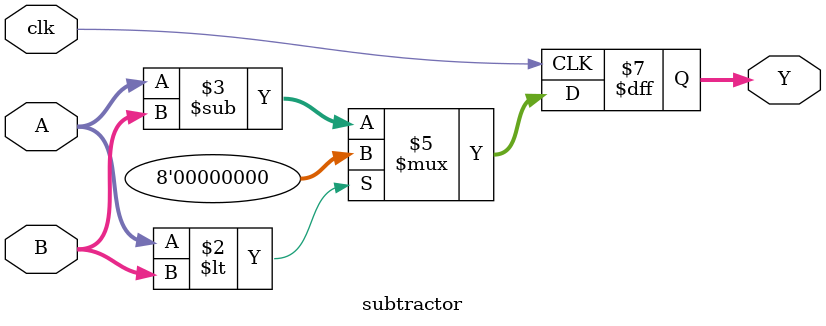
<source format=v>
module subtractor (
  input clk,
  input [7:0] A,
  input [7:0] B,
  output reg [7:0] Y
);

  always @(posedge clk) begin
    if (A < B) begin
      Y <= 8'b0;
    end else begin
      Y <= A - B;
    end
  end
  
endmodule
</source>
